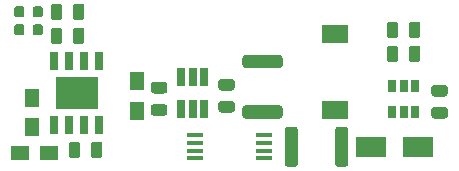
<source format=gbr>
G04 #@! TF.GenerationSoftware,KiCad,Pcbnew,(5.1.6)-1*
G04 #@! TF.CreationDate,2020-05-28T13:40:36+02:00*
G04 #@! TF.ProjectId,charger_stepup,63686172-6765-4725-9f73-74657075702e,rev?*
G04 #@! TF.SameCoordinates,Original*
G04 #@! TF.FileFunction,Paste,Top*
G04 #@! TF.FilePolarity,Positive*
%FSLAX46Y46*%
G04 Gerber Fmt 4.6, Leading zero omitted, Abs format (unit mm)*
G04 Created by KiCad (PCBNEW (5.1.6)-1) date 2020-05-28 13:40:36*
%MOMM*%
%LPD*%
G01*
G04 APERTURE LIST*
%ADD10R,2.200000X1.500000*%
%ADD11R,2.500000X1.800000*%
%ADD12R,0.650000X1.060000*%
%ADD13R,3.600000X2.700000*%
%ADD14R,0.650000X1.500000*%
%ADD15R,1.500000X1.250000*%
%ADD16R,1.450000X0.450000*%
%ADD17R,1.250000X1.500000*%
%ADD18R,0.650000X1.560000*%
G04 APERTURE END LIST*
G04 #@! TO.C,R5*
G36*
G01*
X135965250Y-68638000D02*
X135052750Y-68638000D01*
G75*
G02*
X134809000Y-68394250I0J243750D01*
G01*
X134809000Y-67906750D01*
G75*
G02*
X135052750Y-67663000I243750J0D01*
G01*
X135965250Y-67663000D01*
G75*
G02*
X136209000Y-67906750I0J-243750D01*
G01*
X136209000Y-68394250D01*
G75*
G02*
X135965250Y-68638000I-243750J0D01*
G01*
G37*
G36*
G01*
X135965250Y-70513000D02*
X135052750Y-70513000D01*
G75*
G02*
X134809000Y-70269250I0J243750D01*
G01*
X134809000Y-69781750D01*
G75*
G02*
X135052750Y-69538000I243750J0D01*
G01*
X135965250Y-69538000D01*
G75*
G02*
X136209000Y-69781750I0J-243750D01*
G01*
X136209000Y-70269250D01*
G75*
G02*
X135965250Y-70513000I-243750J0D01*
G01*
G37*
G04 #@! TD*
G04 #@! TO.C,R4*
G36*
G01*
X141680250Y-68384000D02*
X140767750Y-68384000D01*
G75*
G02*
X140524000Y-68140250I0J243750D01*
G01*
X140524000Y-67652750D01*
G75*
G02*
X140767750Y-67409000I243750J0D01*
G01*
X141680250Y-67409000D01*
G75*
G02*
X141924000Y-67652750I0J-243750D01*
G01*
X141924000Y-68140250D01*
G75*
G02*
X141680250Y-68384000I-243750J0D01*
G01*
G37*
G36*
G01*
X141680250Y-70259000D02*
X140767750Y-70259000D01*
G75*
G02*
X140524000Y-70015250I0J243750D01*
G01*
X140524000Y-69527750D01*
G75*
G02*
X140767750Y-69284000I243750J0D01*
G01*
X141680250Y-69284000D01*
G75*
G02*
X141924000Y-69527750I0J-243750D01*
G01*
X141924000Y-70015250D01*
G75*
G02*
X141680250Y-70259000I-243750J0D01*
G01*
G37*
G04 #@! TD*
G04 #@! TO.C,R3*
G36*
G01*
X128836000Y-72949750D02*
X128836000Y-73862250D01*
G75*
G02*
X128592250Y-74106000I-243750J0D01*
G01*
X128104750Y-74106000D01*
G75*
G02*
X127861000Y-73862250I0J243750D01*
G01*
X127861000Y-72949750D01*
G75*
G02*
X128104750Y-72706000I243750J0D01*
G01*
X128592250Y-72706000D01*
G75*
G02*
X128836000Y-72949750I0J-243750D01*
G01*
G37*
G36*
G01*
X130711000Y-72949750D02*
X130711000Y-73862250D01*
G75*
G02*
X130467250Y-74106000I-243750J0D01*
G01*
X129979750Y-74106000D01*
G75*
G02*
X129736000Y-73862250I0J243750D01*
G01*
X129736000Y-72949750D01*
G75*
G02*
X129979750Y-72706000I243750J0D01*
G01*
X130467250Y-72706000D01*
G75*
G02*
X130711000Y-72949750I0J-243750D01*
G01*
G37*
G04 #@! TD*
G04 #@! TO.C,R2*
G36*
G01*
X127312000Y-63297750D02*
X127312000Y-64210250D01*
G75*
G02*
X127068250Y-64454000I-243750J0D01*
G01*
X126580750Y-64454000D01*
G75*
G02*
X126337000Y-64210250I0J243750D01*
G01*
X126337000Y-63297750D01*
G75*
G02*
X126580750Y-63054000I243750J0D01*
G01*
X127068250Y-63054000D01*
G75*
G02*
X127312000Y-63297750I0J-243750D01*
G01*
G37*
G36*
G01*
X129187000Y-63297750D02*
X129187000Y-64210250D01*
G75*
G02*
X128943250Y-64454000I-243750J0D01*
G01*
X128455750Y-64454000D01*
G75*
G02*
X128212000Y-64210250I0J243750D01*
G01*
X128212000Y-63297750D01*
G75*
G02*
X128455750Y-63054000I243750J0D01*
G01*
X128943250Y-63054000D01*
G75*
G02*
X129187000Y-63297750I0J-243750D01*
G01*
G37*
G04 #@! TD*
G04 #@! TO.C,R1*
G36*
G01*
X127312000Y-61265750D02*
X127312000Y-62178250D01*
G75*
G02*
X127068250Y-62422000I-243750J0D01*
G01*
X126580750Y-62422000D01*
G75*
G02*
X126337000Y-62178250I0J243750D01*
G01*
X126337000Y-61265750D01*
G75*
G02*
X126580750Y-61022000I243750J0D01*
G01*
X127068250Y-61022000D01*
G75*
G02*
X127312000Y-61265750I0J-243750D01*
G01*
G37*
G36*
G01*
X129187000Y-61265750D02*
X129187000Y-62178250D01*
G75*
G02*
X128943250Y-62422000I-243750J0D01*
G01*
X128455750Y-62422000D01*
G75*
G02*
X128212000Y-62178250I0J243750D01*
G01*
X128212000Y-61265750D01*
G75*
G02*
X128455750Y-61022000I243750J0D01*
G01*
X128943250Y-61022000D01*
G75*
G02*
X129187000Y-61265750I0J-243750D01*
G01*
G37*
G04 #@! TD*
G04 #@! TO.C,D2*
G36*
G01*
X124110000Y-61465750D02*
X124110000Y-61978250D01*
G75*
G02*
X123891250Y-62197000I-218750J0D01*
G01*
X123453750Y-62197000D01*
G75*
G02*
X123235000Y-61978250I0J218750D01*
G01*
X123235000Y-61465750D01*
G75*
G02*
X123453750Y-61247000I218750J0D01*
G01*
X123891250Y-61247000D01*
G75*
G02*
X124110000Y-61465750I0J-218750D01*
G01*
G37*
G36*
G01*
X125685000Y-61465750D02*
X125685000Y-61978250D01*
G75*
G02*
X125466250Y-62197000I-218750J0D01*
G01*
X125028750Y-62197000D01*
G75*
G02*
X124810000Y-61978250I0J218750D01*
G01*
X124810000Y-61465750D01*
G75*
G02*
X125028750Y-61247000I218750J0D01*
G01*
X125466250Y-61247000D01*
G75*
G02*
X125685000Y-61465750I0J-218750D01*
G01*
G37*
G04 #@! TD*
G04 #@! TO.C,D1*
G36*
G01*
X124110000Y-62989750D02*
X124110000Y-63502250D01*
G75*
G02*
X123891250Y-63721000I-218750J0D01*
G01*
X123453750Y-63721000D01*
G75*
G02*
X123235000Y-63502250I0J218750D01*
G01*
X123235000Y-62989750D01*
G75*
G02*
X123453750Y-62771000I218750J0D01*
G01*
X123891250Y-62771000D01*
G75*
G02*
X124110000Y-62989750I0J-218750D01*
G01*
G37*
G36*
G01*
X125685000Y-62989750D02*
X125685000Y-63502250D01*
G75*
G02*
X125466250Y-63721000I-218750J0D01*
G01*
X125028750Y-63721000D01*
G75*
G02*
X124810000Y-63502250I0J218750D01*
G01*
X124810000Y-62989750D01*
G75*
G02*
X125028750Y-62771000I218750J0D01*
G01*
X125466250Y-62771000D01*
G75*
G02*
X125685000Y-62989750I0J-218750D01*
G01*
G37*
G04 #@! TD*
G04 #@! TO.C,C5*
G36*
G01*
X147269000Y-71701999D02*
X147269000Y-74602001D01*
G75*
G02*
X147019001Y-74852000I-249999J0D01*
G01*
X146393999Y-74852000D01*
G75*
G02*
X146144000Y-74602001I0J249999D01*
G01*
X146144000Y-71701999D01*
G75*
G02*
X146393999Y-71452000I249999J0D01*
G01*
X147019001Y-71452000D01*
G75*
G02*
X147269000Y-71701999I0J-249999D01*
G01*
G37*
G36*
G01*
X151544000Y-71701999D02*
X151544000Y-74602001D01*
G75*
G02*
X151294001Y-74852000I-249999J0D01*
G01*
X150668999Y-74852000D01*
G75*
G02*
X150419000Y-74602001I0J249999D01*
G01*
X150419000Y-71701999D01*
G75*
G02*
X150668999Y-71452000I249999J0D01*
G01*
X151294001Y-71452000D01*
G75*
G02*
X151544000Y-71701999I0J-249999D01*
G01*
G37*
G04 #@! TD*
G04 #@! TO.C,R6*
G36*
G01*
X156660000Y-65734250D02*
X156660000Y-64821750D01*
G75*
G02*
X156903750Y-64578000I243750J0D01*
G01*
X157391250Y-64578000D01*
G75*
G02*
X157635000Y-64821750I0J-243750D01*
G01*
X157635000Y-65734250D01*
G75*
G02*
X157391250Y-65978000I-243750J0D01*
G01*
X156903750Y-65978000D01*
G75*
G02*
X156660000Y-65734250I0J243750D01*
G01*
G37*
G36*
G01*
X154785000Y-65734250D02*
X154785000Y-64821750D01*
G75*
G02*
X155028750Y-64578000I243750J0D01*
G01*
X155516250Y-64578000D01*
G75*
G02*
X155760000Y-64821750I0J-243750D01*
G01*
X155760000Y-65734250D01*
G75*
G02*
X155516250Y-65978000I-243750J0D01*
G01*
X155028750Y-65978000D01*
G75*
G02*
X154785000Y-65734250I0J243750D01*
G01*
G37*
G04 #@! TD*
G04 #@! TO.C,C4*
G36*
G01*
X142821999Y-69647000D02*
X145722001Y-69647000D01*
G75*
G02*
X145972000Y-69896999I0J-249999D01*
G01*
X145972000Y-70522001D01*
G75*
G02*
X145722001Y-70772000I-249999J0D01*
G01*
X142821999Y-70772000D01*
G75*
G02*
X142572000Y-70522001I0J249999D01*
G01*
X142572000Y-69896999D01*
G75*
G02*
X142821999Y-69647000I249999J0D01*
G01*
G37*
G36*
G01*
X142821999Y-65372000D02*
X145722001Y-65372000D01*
G75*
G02*
X145972000Y-65621999I0J-249999D01*
G01*
X145972000Y-66247001D01*
G75*
G02*
X145722001Y-66497000I-249999J0D01*
G01*
X142821999Y-66497000D01*
G75*
G02*
X142572000Y-66247001I0J249999D01*
G01*
X142572000Y-65621999D01*
G75*
G02*
X142821999Y-65372000I249999J0D01*
G01*
G37*
G04 #@! TD*
G04 #@! TO.C,R7*
G36*
G01*
X158801750Y-69792000D02*
X159714250Y-69792000D01*
G75*
G02*
X159958000Y-70035750I0J-243750D01*
G01*
X159958000Y-70523250D01*
G75*
G02*
X159714250Y-70767000I-243750J0D01*
G01*
X158801750Y-70767000D01*
G75*
G02*
X158558000Y-70523250I0J243750D01*
G01*
X158558000Y-70035750D01*
G75*
G02*
X158801750Y-69792000I243750J0D01*
G01*
G37*
G36*
G01*
X158801750Y-67917000D02*
X159714250Y-67917000D01*
G75*
G02*
X159958000Y-68160750I0J-243750D01*
G01*
X159958000Y-68648250D01*
G75*
G02*
X159714250Y-68892000I-243750J0D01*
G01*
X158801750Y-68892000D01*
G75*
G02*
X158558000Y-68648250I0J243750D01*
G01*
X158558000Y-68160750D01*
G75*
G02*
X158801750Y-67917000I243750J0D01*
G01*
G37*
G04 #@! TD*
D10*
G04 #@! TO.C,L1*
X150368000Y-70002000D03*
X150368000Y-63602000D03*
G04 #@! TD*
D11*
G04 #@! TO.C,D3*
X157448000Y-73152000D03*
X153448000Y-73152000D03*
G04 #@! TD*
D12*
G04 #@! TO.C,U4*
X156210000Y-67988000D03*
X155260000Y-67988000D03*
X157160000Y-67988000D03*
X157160000Y-70188000D03*
X156210000Y-70188000D03*
X155260000Y-70188000D03*
G04 #@! TD*
G04 #@! TO.C,R8*
G36*
G01*
X156660000Y-63702250D02*
X156660000Y-62789750D01*
G75*
G02*
X156903750Y-62546000I243750J0D01*
G01*
X157391250Y-62546000D01*
G75*
G02*
X157635000Y-62789750I0J-243750D01*
G01*
X157635000Y-63702250D01*
G75*
G02*
X157391250Y-63946000I-243750J0D01*
G01*
X156903750Y-63946000D01*
G75*
G02*
X156660000Y-63702250I0J243750D01*
G01*
G37*
G36*
G01*
X154785000Y-63702250D02*
X154785000Y-62789750D01*
G75*
G02*
X155028750Y-62546000I243750J0D01*
G01*
X155516250Y-62546000D01*
G75*
G02*
X155760000Y-62789750I0J-243750D01*
G01*
X155760000Y-63702250D01*
G75*
G02*
X155516250Y-63946000I-243750J0D01*
G01*
X155028750Y-63946000D01*
G75*
G02*
X154785000Y-63702250I0J243750D01*
G01*
G37*
G04 #@! TD*
D13*
G04 #@! TO.C,U1*
X128524000Y-68580000D03*
D14*
X126619000Y-65880000D03*
X127889000Y-65880000D03*
X129159000Y-65880000D03*
X130429000Y-65880000D03*
X130429000Y-71280000D03*
X129159000Y-71280000D03*
X127889000Y-71280000D03*
X126619000Y-71280000D03*
G04 #@! TD*
D15*
G04 #@! TO.C,C3*
X123718000Y-73660000D03*
X126218000Y-73660000D03*
G04 #@! TD*
D16*
G04 #@! TO.C,U3*
X138528000Y-72177000D03*
X138528000Y-72827000D03*
X138528000Y-73477000D03*
X138528000Y-74127000D03*
X144428000Y-74127000D03*
X144428000Y-73477000D03*
X144428000Y-72827000D03*
X144428000Y-72177000D03*
G04 #@! TD*
D17*
G04 #@! TO.C,C1*
X124714000Y-68981000D03*
X124714000Y-71481000D03*
G04 #@! TD*
G04 #@! TO.C,C2*
X133604000Y-67584000D03*
X133604000Y-70084000D03*
G04 #@! TD*
D18*
G04 #@! TO.C,U2*
X137403800Y-69917300D03*
X138353800Y-69917300D03*
X139303800Y-69917300D03*
X139303800Y-67217300D03*
X137403800Y-67217300D03*
X138353800Y-67217300D03*
G04 #@! TD*
M02*

</source>
